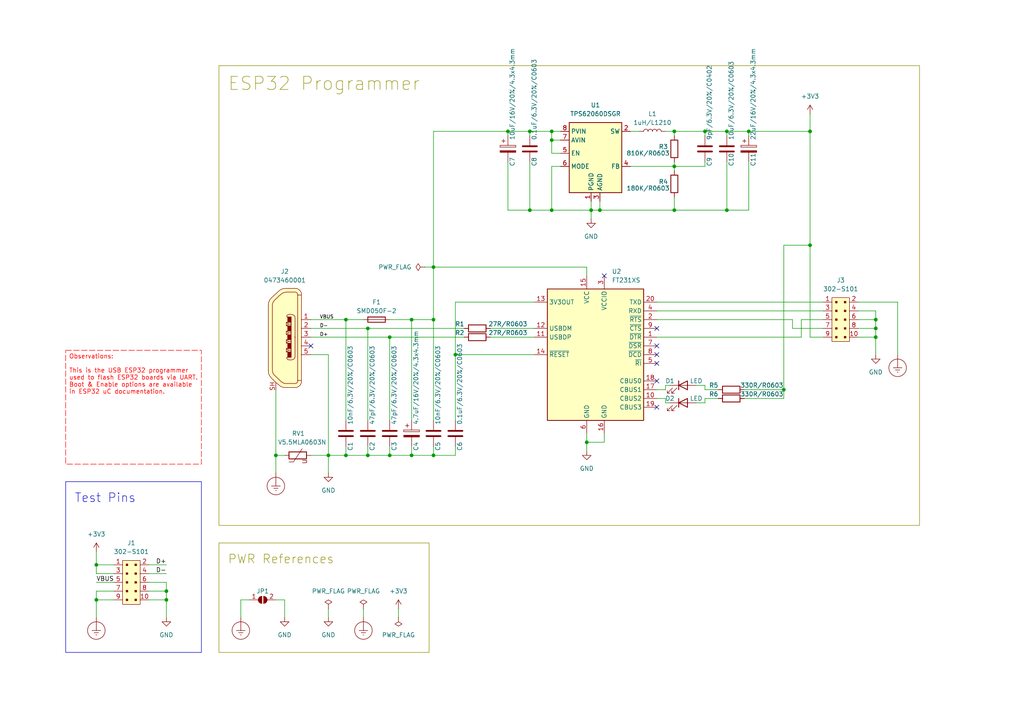
<source format=kicad_sch>
(kicad_sch (version 20230121) (generator eeschema)
  (paper "A4")
  (title_block (title "ESP32 Programmer") (date "2023-12-01") (rev "A") (comment 1 "Author: Nicolae-Andrei Vasile"))
  (lib_symbols
    (symbol "Device:C" (pin_numbers hide) (pin_names (offset 0.254))
      (property "Reference" "C" (at 0.635 2.54 0))
      (property "Value" "C" (at 0.635 -2.54 0))
      (symbol "C_0_1"
        (polyline (pts (xy -2.032 -0.762) (xy 2.032 -0.762)) (stroke (width 0.508)))
        (polyline (pts (xy -2.032 0.762) (xy 2.032 0.762)) (stroke (width 0.508)))
      )
      (symbol "C_1_1"
        (pin passive line (at 0 3.81 270) (length 2.794) (name "~") (number "1"))
        (pin passive line (at 0 -3.81 90) (length 2.794) (name "~") (number "2"))
      )
    )
    (symbol "Device:C_Polarized" (pin_numbers hide) (pin_names (offset 0.254))
      (property "Reference" "C" (at 0.635 2.54 0))
      (property "Value" "C_Polarized" (at 0.635 -2.54 0))
      (symbol "C_Polarized_0_1"
        (rectangle (start -2.286 0.508) (end 2.286 1.016))
        (polyline (pts (xy -1.778 2.286) (xy -0.762 2.286)))
        (polyline (pts (xy -1.27 2.794) (xy -1.27 1.778)))
        (rectangle (start 2.286 -0.508) (end -2.286 -1.016) (fill (type outline)))
      )
      (symbol "C_Polarized_1_1"
        (pin passive line (at 0 3.81 270) (length 2.794) (name "~") (number "1"))
        (pin passive line (at 0 -3.81 90) (length 2.794) (name "~") (number "2"))
      )
    )
    (symbol "Device:Fuse" (pin_numbers hide) (pin_names (offset 0))
      (property "Reference" "F" (at 2.032 0 90))
      (property "Value" "Fuse" (at -1.905 0 90))
      (symbol "Fuse_0_1"
        (rectangle (start -0.762 -2.54) (end 0.762 2.54) (stroke (width 0.254)))
        (polyline (pts (xy 0 2.54) (xy 0 -2.54)))
      )
      (symbol "Fuse_1_1"
        (pin passive line (at 0 3.81 270) (length 1.27) (name "~") (number "1"))
        (pin passive line (at 0 -3.81 90) (length 1.27) (name "~") (number "2"))
      )
    )
    (symbol "Device:L" (pin_numbers hide) (pin_names (offset 1.016) hide)
      (property "Reference" "L" (at -1.27 0 90))
      (property "Value" "L" (at 1.905 0 90))
      (symbol "L_0_1"
        (arc (start 0 -2.54) (mid 0.6323 -1.905) (end 0 -1.27))
        (arc (start 0 -1.27) (mid 0.6323 -0.635) (end 0 0))
        (arc (start 0 0) (mid 0.6323 0.635) (end 0 1.27))
        (arc (start 0 1.27) (mid 0.6323 1.905) (end 0 2.54))
      )
      (symbol "L_1_1"
        (pin passive line (at 0 3.81 270) (length 1.27) (name "1") (number "1"))
        (pin passive line (at 0 -3.81 90) (length 1.27) (name "2") (number "2"))
      )
    )
    (symbol "Device:LED" (pin_numbers hide) (pin_names (offset 1.016) hide)
      (property "Reference" "D" (at 0 2.54 0))
      (property "Value" "LED" (at 0 -2.54 0))
      (symbol "LED_0_1"
        (polyline (pts (xy -1.27 -1.27) (xy -1.27 1.27)) (stroke (width 0.254)))
        (polyline (pts (xy -1.27 0) (xy 1.27 0)))
        (polyline (pts (xy 1.27 -1.27) (xy 1.27 1.27) (xy -1.27 0) (xy 1.27 -1.27)) (stroke (width 0.254)))
        (polyline (pts (xy -3.048 -0.762) (xy -4.572 -2.286) (xy -3.81 -2.286) (xy -4.572 -2.286) (xy -4.572 -1.524)))
        (polyline (pts (xy -1.778 -0.762) (xy -3.302 -2.286) (xy -2.54 -2.286) (xy -3.302 -2.286) (xy -3.302 -1.524)))
      )
      (symbol "LED_1_1"
        (pin passive line (at -3.81 0 0) (length 2.54) (name "K") (number "1"))
        (pin passive line (at 3.81 0 180) (length 2.54) (name "A") (number "2"))
      )
    )
    (symbol "Device:R" (pin_numbers hide) (pin_names (offset 0))
      (property "Reference" "R" (at 2.032 0 90))
      (property "Value" "R" (at 0 0 90))
      (symbol "R_0_1"
        (rectangle (start -1.016 -2.54) (end 1.016 2.54) (stroke (width 0.254)))
      )
      (symbol "R_1_1"
        (pin passive line (at 0 3.81 270) (length 1.27) (name "~") (number "1"))
        (pin passive line (at 0 -3.81 90) (length 1.27) (name "~") (number "2"))
      )
    )
    (symbol "Device:Varistor" (pin_numbers hide) (pin_names (offset 0))
      (property "Reference" "RV" (at 3.175 0 90))
      (property "Value" "Varistor" (at -3.175 0 90))
      (symbol "Varistor_0_0"
        (text "U" (at -1.778 -2.032 0) (effects (font (size 1.27 1.27))))
      )
      (symbol "Varistor_0_1"
        (rectangle (start -1.016 -2.54) (end 1.016 2.54) (stroke (width 0.254)))
        (polyline (pts (xy -1.905 2.54) (xy -1.905 1.27) (xy 1.905 -1.27)))
      )
      (symbol "Varistor_1_1"
        (pin passive line (at 0 3.81 270) (length 1.27) (name "~") (number "1"))
        (pin passive line (at 0 -3.81 90) (length 1.27) (name "~") (number "2"))
      )
    )
    (symbol "Interface_USB:FT231XS"
      (property "Reference" "U" (at -13.97 20.32 0))
      (property "Value" "FT231XS" (at 7.62 20.32 0))
      (symbol "FT231XS_0_1"
        (rectangle (start -13.97 19.05) (end 13.97 -19.05) (stroke (width 0.254)) (fill (type background)))
      )
      (symbol "FT231XS_1_1"
        (pin output line (at 17.78 5.08 180) (length 3.81) (name "~{DTR}") (number "1"))
        (pin bidirectional line (at 17.78 -12.7 180) (length 3.81) (name "CBUS2") (number "10"))
        (pin bidirectional line (at -17.78 5.08 0) (length 3.81) (name "USBDP") (number "11"))
        (pin bidirectional line (at -17.78 7.62 0) (length 3.81) (name "USBDM") (number "12"))
        (pin power_out line (at -17.78 15.24 0) (length 3.81) (name "3V3OUT") (number "13"))
        (pin input line (at -17.78 0 0) (length 3.81) (name "~{RESET}") (number "14"))
        (pin power_in line (at -2.54 22.86 270) (length 3.81) (name "VCC") (number "15"))
        (pin power_in line (at 2.54 -22.86 90) (length 3.81) (name "GND") (number "16"))
        (pin bidirectional line (at 17.78 -10.16 180) (length 3.81) (name "CBUS1") (number "17"))
        (pin bidirectional line (at 17.78 -7.62 180) (length 3.81) (name "CBUS0") (number "18"))
        (pin bidirectional line (at 17.78 -15.24 180) (length 3.81) (name "CBUS3") (number "19"))
        (pin output line (at 17.78 10.16 180) (length 3.81) (name "~{RTS}") (number "2"))
        (pin output line (at 17.78 15.24 180) (length 3.81) (name "TXD") (number "20"))
        (pin power_in line (at 2.54 22.86 270) (length 3.81) (name "VCCIO") (number "3"))
        (pin input line (at 17.78 12.7 180) (length 3.81) (name "RXD") (number "4"))
        (pin input line (at 17.78 -2.54 180) (length 3.81) (name "~{RI}") (number "5"))
        (pin power_in line (at -2.54 -22.86 90) (length 3.81) (name "GND") (number "6"))
        (pin input line (at 17.78 2.54 180) (length 3.81) (name "~{DSR}") (number "7"))
        (pin input line (at 17.78 0 180) (length 3.81) (name "~{DCD}") (number "8"))
        (pin input line (at 17.78 7.62 180) (length 3.81) (name "~{CTS}") (number "9"))
      )
    )
    (symbol "Jumper:SolderJumper_2_Open" (pin_names (offset 0) hide)
      (property "Reference" "JP" (at 0 2.032 0))
      (property "Value" "SolderJumper_2_Open" (at 0 -2.54 0))
      (symbol "SolderJumper_2_Open_0_1"
        (arc (start -0.254 1.016) (mid -1.2656 0) (end -0.254 -1.016))
        (arc (start -0.254 1.016) (mid -1.2656 0) (end -0.254 -1.016) (fill (type outline)))
        (polyline (pts (xy -0.254 1.016) (xy -0.254 -1.016)))
        (polyline (pts (xy 0.254 1.016) (xy 0.254 -1.016)))
        (arc (start 0.254 -1.016) (mid 1.2656 0) (end 0.254 1.016))
        (arc (start 0.254 -1.016) (mid 1.2656 0) (end 0.254 1.016) (fill (type outline)))
      )
      (symbol "SolderJumper_2_Open_1_1"
        (pin passive line (at -3.81 0 0) (length 2.54) (name "A") (number "1"))
        (pin passive line (at 3.81 0 180) (length 2.54) (name "B") (number "2"))
      )
    )
    (symbol "Texas-Instruments:TPS62060DSGR"
      (property "Reference" "U" (at 0 15.24 0))
      (property "Value" "TPS62060DSGR" (at 0 12.7 0))
      (symbol "TPS62060DSGR_1_1"
        (rectangle (start -7.62 10.16) (end 7.62 -10.16) (stroke (width 0.254)) (fill (type background)))
        (pin power_in line (at -1.27 -12.7 90) (length 2.54) (name "PGND") (number "1"))
        (pin output line (at 10.16 7.62 180) (length 2.54) (name "SW") (number "2"))
        (pin power_in line (at 1.27 -12.7 90) (length 2.54) (name "AGND") (number "3"))
        (pin input line (at 10.16 -2.54 180) (length 2.54) (name "FB") (number "4"))
        (pin input line (at -10.16 1.27 0) (length 2.54) (name "EN") (number "5"))
        (pin input line (at -10.16 -2.54 0) (length 2.54) (name "MODE") (number "6"))
        (pin power_in line (at -10.16 5.08 0) (length 2.54) (name "AVIN") (number "7"))
        (pin power_in line (at -10.16 7.62 0) (length 2.54) (name "PVIN") (number "8"))
      )
    )
    (symbol "dk_Rectangular-Connectors-Headers-Male-Pins:302-S101" (pin_names (offset 1.016))
      (property "Reference" "J" (at -2.54 7.62 0))
      (property "Value" "302-S101" (at 0 -7.62 0))
      (symbol "302-S101_1_1"
        (rectangle (start -2.54 6.35) (end 2.54 -6.35) (fill (type background)))
        (rectangle (start -1.524 -4.826) (end -1.016 -5.334) (fill (type outline)))
        (rectangle (start -1.524 -2.286) (end -1.016 -2.794) (fill (type outline)))
        (rectangle (start -1.524 0.254) (end -1.016 -0.254) (fill (type outline)))
        (rectangle (start -1.524 2.794) (end -1.016 2.286) (fill (type outline)))
        (rectangle (start -1.524 5.334) (end -1.016 4.826) (fill (type outline)))
        (rectangle (start 1.016 -4.826) (end 1.524 -5.334) (fill (type outline)))
        (rectangle (start 1.016 -2.286) (end 1.524 -2.794) (fill (type outline)))
        (rectangle (start 1.016 0.254) (end 1.524 -0.254) (fill (type outline)))
        (rectangle (start 1.016 2.794) (end 1.524 2.286) (fill (type outline)))
        (rectangle (start 1.016 5.334) (end 1.524 4.826) (fill (type outline)))
        (pin passive line (at -5.08 5.08 0) (length 2.54) (name "~") (number "1"))
        (pin passive line (at 5.08 -5.08 180) (length 2.54) (name "~") (number "10"))
        (pin passive line (at 5.08 5.08 180) (length 2.54) (name "~") (number "2"))
        (pin passive line (at -5.08 2.54 0) (length 2.54) (name "~") (number "3"))
        (pin passive line (at 5.08 2.54 180) (length 2.54) (name "~") (number "4"))
        (pin passive line (at -5.08 0 0) (length 2.54) (name "~") (number "5"))
        (pin passive line (at 5.08 0 180) (length 2.54) (name "~") (number "6"))
        (pin passive line (at -5.08 -2.54 0) (length 2.54) (name "~") (number "7"))
        (pin passive line (at 5.08 -2.54 180) (length 2.54) (name "~") (number "8"))
        (pin passive line (at -5.08 -5.08 0) (length 2.54) (name "~") (number "9"))
      )
    )
    (symbol "dk_USB-DVI-HDMI-Connectors:0473460001" (pin_names (offset 1.016))
      (property "Reference" "J" (at -3.81 12.7 0))
      (property "Value" "0473460001" (at -6.35 0 90))
      (symbol "0473460001_1_1"
        (polyline (pts (xy 3.7846 12.2428) (xy 3.7846 -12.5476)))
        (polyline (pts (xy 0.4826 -4.2926) (xy 0.4826 -3.2766) (xy 1.8796 -3.2766) (xy 1.8796 -4.2926) (xy 0.4826 -4.2926) (xy 1.1176 -3.7846) (xy 0.4826 -3.2766) (xy 1.8796 -3.2766) (xy 1.8796 -3.7846) (xy 1.1176 -3.7846)))
        (polyline (pts (xy 0.4826 -1.7526) (xy 0.4826 -0.7366) (xy 1.8796 -0.7366) (xy 1.8796 -1.7526) (xy 0.4826 -1.7526) (xy 1.1176 -1.2446) (xy 0.4826 -0.7366) (xy 1.8796 -0.7366) (xy 1.8796 -1.2446) (xy 1.1176 -1.2446)))
        (polyline (pts (xy 0.4826 1.7526) (xy 0.4826 0.7366) (xy 1.8796 0.7366) (xy 1.8796 1.7526) (xy 0.4826 1.7526) (xy 1.1176 1.2446) (xy 0.4826 0.7366) (xy 1.8796 0.7366) (xy 1.8796 1.2446) (xy 1.1176 1.2446)))
        (polyline (pts (xy 0.4826 4.2926) (xy 0.4826 3.2766) (xy 1.8796 3.2766) (xy 1.8796 4.2926) (xy 0.4826 4.2926) (xy 1.1176 3.7846) (xy 0.4826 3.2766) (xy 1.8796 3.2766) (xy 1.8796 3.7846) (xy 1.1176 3.7846)))
        (polyline (pts (xy 1.905 -0.0254) (xy 1.905 5.842) (xy 0.635 5.842) (xy 0.635 6.1468) (xy 0.8128 6.4262) (xy 1.1938 6.5786) (xy 1.651 6.6294) (xy 2.2606 6.5532) (xy 2.7178 6.3246) (xy 2.9464 6.0706) (xy 3.0226 5.6388) (xy 3.0226 4.8006) (xy 3.0226 -0.127)))
        (polyline (pts (xy 1.905 0.0254) (xy 1.905 -5.842) (xy 0.635 -5.842) (xy 0.635 -6.1468) (xy 0.8128 -6.4262) (xy 1.1938 -6.5786) (xy 1.651 -6.6294) (xy 2.2606 -6.5532) (xy 2.7178 -6.3246) (xy 2.9464 -6.0706) (xy 3.0226 -5.6388) (xy 3.0226 -4.8006) (xy 3.0226 0.127)))
        (polyline (pts (xy 4.8514 -12.5476) (xy 3.8354 -12.5476) (xy 3.7846 -12.5476) (xy 3.7846 -12.9032) (xy 3.6068 -13.2334) (xy 3.429 -13.3604) (xy 3.2258 -13.4366) (xy 0.4572 -13.4366) (xy 0.0508 -13.4112) (xy -0.3302 -13.3096) (xy -0.6604 -13.1318) (xy -0.9906 -12.9032) (xy -3.1496 -10.8458) (xy -3.4036 -10.3886) (xy -3.5306 -9.779) (xy -3.556 -8.636) (xy -3.556 9.2202) (xy -3.5306 9.4234) (xy -3.4544 9.8298) (xy -3.302 10.1854) (xy -3.0226 10.6172) (xy -1.7526 11.8364) (xy -0.8636 12.5984) (xy -0.3302 12.8778) (xy 0.0762 13.0048) (xy 0.6096 13.081) (xy 3.0734 13.081) (xy 3.3274 13.0048) (xy 3.5814 12.8524) (xy 3.7846 12.5222) (xy 3.7846 12.2174) (xy 4.8514 12.2174)))
        (polyline (pts (xy 4.8514 -11.4808) (xy 4.8514 -12.8016) (xy 4.7752 -13.4366) (xy 4.572 -13.8684) (xy 4.0386 -14.3256) (xy 3.5814 -14.5288) (xy 3.0988 -14.605) (xy -0.2794 -14.5542) (xy -0.7112 -14.4526) (xy -1.2446 -14.1986) (xy -2.2098 -13.4366) (xy -3.556 -12.1412) (xy -4.0132 -11.6586) (xy -4.3688 -11.1506) (xy -4.6228 -10.5918) (xy -4.7498 -9.7536) (xy -4.7498 9.3726) (xy -4.5974 10.0838) (xy -4.4704 10.4648) (xy -4.2164 10.9728) (xy -3.6068 11.6078) (xy -1.4478 13.589) (xy -0.9652 13.8684) (xy -0.5588 14.0208) (xy 0.0762 14.1224) (xy 0.5588 14.1732) (xy 3.2766 14.1732) (xy 3.7592 14.0208) (xy 4.2164 13.7414) (xy 4.445 13.5128) (xy 4.699 13.1572) (xy 4.826 12.8524) (xy 4.8514 12.446) (xy 4.8514 -11.5062)) (fill (type background)))
        (rectangle (start 0.889 -4.318) (end 1.905 -5.842) (fill (type outline)))
        (rectangle (start 0.889 -3.302) (end 1.905 -1.778) (fill (type outline)))
        (rectangle (start 0.889 -0.635) (end 1.905 0.381) (fill (type outline)))
        (rectangle (start 0.889 0.635) (end 1.905 -0.381) (fill (type outline)))
        (rectangle (start 0.889 3.302) (end 1.905 1.778) (fill (type outline)))
        (rectangle (start 0.889 4.318) (end 1.905 5.842) (fill (type outline)))
        (pin passive line (at 7.62 5.08 180) (length 2.794) (name "~") (number "1"))
        (pin passive line (at 7.62 2.54 180) (length 2.794) (name "~") (number "2"))
        (pin passive line (at 7.62 0 180) (length 2.794) (name "~") (number "3"))
        (pin passive line (at 7.62 -2.54 180) (length 2.794) (name "~") (number "4"))
        (pin passive line (at 7.62 -5.08 180) (length 2.794) (name "~") (number "5"))
        (pin passive line (at -2.54 -15.24 90) (length 2.032) (name "~") (number "SH"))
      )
    )
    (symbol "power:+3V3" (power) (pin_names (offset 0))
      (property "Value" "+3V3" (at 0 3.556 0))
      (symbol "+3V3_0_1"
        (polyline (pts (xy -0.762 1.27) (xy 0 2.54)))
        (polyline (pts (xy 0 0) (xy 0 2.54)))
        (polyline (pts (xy 0 2.54) (xy 0.762 1.27)))
      )
      (symbol "+3V3_1_1"
        (pin power_in line (at 0 0 90) (length 0) hide (name "+3V3") (number "1"))
      )
    )
    (symbol "power:Earth_Protective" (power) (pin_names (offset 0))
      (symbol "Earth_Protective_0_1"
        (circle (center 0 -3.81) (radius 2.54))
        (polyline (pts (xy -0.635 -4.445) (xy 0.635 -4.445)))
        (polyline (pts (xy -0.127 -5.08) (xy 0.127 -5.08)))
        (polyline (pts (xy 0 -3.81) (xy 0 0)))
        (polyline (pts (xy 1.27 -3.81) (xy -1.27 -3.81)))
      )
      (symbol "Earth_Protective_1_1"
        (pin power_in line (at 0 0 270) (length 0) hide (name "Earth_Protective") (number "1"))
      )
    )
    (symbol "power:GND" (power) (pin_names (offset 0))
      (property "Value" "GND" (at 0 -3.81 0))
      (symbol "GND_0_1"
        (polyline (pts (xy 0 0) (xy 0 -1.27) (xy 1.27 -1.27) (xy 0 -2.54) (xy -1.27 -1.27) (xy 0 -1.27)))
      )
      (symbol "GND_1_1"
        (pin power_in line (at 0 0 270) (length 0) hide (name "GND") (number "1"))
      )
    )
    (symbol "power:PWR_FLAG" (power) (pin_numbers hide) (pin_names (offset 0) hide)
      (property "Value" "PWR_FLAG" (at 0 3.81 0))
      (symbol "PWR_FLAG_0_0"
        (pin power_out line (at 0 0 90) (length 0) (name "pwr") (number "1"))
      )
      (symbol "PWR_FLAG_0_1"
        (polyline (pts (xy 0 0) (xy 0 1.27) (xy -1.016 1.905) (xy 0 2.54) (xy 1.016 1.905) (xy 0 1.27)))
      )
    )
  )
  (junction (at 119.38 92.71))
  (junction (at 234.95 38.1))
  (junction (at 217.17 38.1))
  (junction (at 113.03 132.08))
  (junction (at 160.02 60.96))
  (junction (at 195.58 38.1))
  (junction (at 106.68 95.25))
  (junction (at 80.01 132.08))
  (junction (at 153.67 60.96))
  (junction (at 254 92.71))
  (junction (at 195.58 60.96))
  (junction (at 227.33 113.03))
  (junction (at 95.25 132.08))
  (junction (at 119.38 132.08))
  (junction (at 48.26 171.45))
  (junction (at 125.73 77.47))
  (junction (at 160.02 40.64))
  (junction (at 210.82 60.96))
  (junction (at 27.94 163.83))
  (junction (at 27.94 173.99))
  (junction (at 113.03 97.79))
  (junction (at 160.02 38.1))
  (junction (at 204.47 38.1))
  (junction (at 153.67 38.1))
  (junction (at 234.95 71.12))
  (junction (at 48.26 173.99))
  (junction (at 132.08 102.87))
  (junction (at 210.82 38.1))
  (junction (at 254 95.25))
  (junction (at 100.33 132.08))
  (junction (at 173.99 60.96))
  (junction (at 254 97.79))
  (junction (at 125.73 132.08))
  (junction (at 125.73 92.71))
  (junction (at 100.33 92.71))
  (junction (at 147.32 38.1))
  (junction (at 171.45 60.96))
  (junction (at 170.18 128.27))
  (junction (at 106.68 132.08))
  (junction (at 195.58 48.26))
  (no_connect (at 190.5 100.33))
  (no_connect (at 190.5 118.11))
  (no_connect (at 90.17 100.33))
  (no_connect (at 190.5 95.25))
  (no_connect (at 190.5 102.87))
  (no_connect (at 175.26 80.01))
  (no_connect (at 190.5 110.49))
  (no_connect (at 190.5 105.41))
  (wire (pts (xy 210.82 38.1) (xy 210.82 39.37)))
  (wire (pts (xy 190.5 92.71) (xy 229.87 92.71)))
  (wire (pts (xy 160.02 40.64) (xy 160.02 38.1)))
  (wire (pts (xy 190.5 97.79) (xy 232.41 97.79)))
  (wire (pts (xy 153.67 38.1) (xy 147.32 38.1)))
  (wire (pts (xy 248.92 87.63) (xy 260.35 87.63)))
  (wire (pts (xy 248.92 90.17) (xy 254 90.17)))
  (wire (pts (xy 132.08 87.63) (xy 132.08 102.87)))
  (wire (pts (xy 82.55 173.99) (xy 82.55 179.07)))
  (wire (pts (xy 173.99 60.96) (xy 171.45 60.96)))
  (wire (pts (xy 210.82 46.99) (xy 210.82 60.96)))
  (wire (pts (xy 33.02 171.45) (xy 27.94 171.45)))
  (wire (pts (xy 173.99 60.96) (xy 195.58 60.96)))
  (wire (pts (xy 72.39 173.99) (xy 69.85 173.99)))
  (wire (pts (xy 160.02 48.26) (xy 162.56 48.26)))
  (wire (pts (xy 171.45 60.96) (xy 171.45 63.5)))
  (wire (pts (xy 95.25 176.53) (xy 95.25 179.07)))
  (wire (pts (xy 232.41 92.71) (xy 238.76 92.71)))
  (wire (pts (xy 153.67 38.1) (xy 153.67 39.37)))
  (wire (pts (xy 190.5 87.63) (xy 238.76 87.63)))
  (wire (pts (xy 204.47 115.57) (xy 208.28 115.57)))
  (wire (pts (xy 160.02 38.1) (xy 162.56 38.1)))
  (wire (pts (xy 147.32 38.1) (xy 125.73 38.1)))
  (wire (pts (xy 248.92 97.79) (xy 254 97.79)))
  (wire (pts (xy 217.17 38.1) (xy 234.95 38.1)))
  (wire (pts (xy 201.93 111.76) (xy 204.47 111.76)))
  (wire (pts (xy 113.03 132.08) (xy 119.38 132.08)))
  (wire (pts (xy 95.25 132.08) (xy 100.33 132.08)))
  (wire (pts (xy 119.38 132.08) (xy 125.73 132.08)))
  (wire (pts (xy 125.73 92.71) (xy 125.73 121.92)))
  (wire (pts (xy 170.18 80.01) (xy 170.18 77.47)))
  (wire (pts (xy 132.08 102.87) (xy 132.08 121.92)))
  (wire (pts (xy 90.17 102.87) (xy 95.25 102.87)))
  (wire (pts (xy 201.93 116.84) (xy 204.47 116.84)))
  (wire (pts (xy 147.32 38.1) (xy 147.32 39.37)))
  (wire (pts (xy 193.04 111.76) (xy 193.04 113.03)))
  (wire (pts (xy 254 92.71) (xy 254 95.25)))
  (wire (pts (xy 100.33 132.08) (xy 106.68 132.08)))
  (wire (pts (xy 27.94 168.91) (xy 33.02 168.91)))
  (wire (pts (xy 90.17 95.25) (xy 106.68 95.25)))
  (wire (pts (xy 173.99 58.42) (xy 173.99 60.96)))
  (wire (pts (xy 100.33 92.71) (xy 105.41 92.71)))
  (wire (pts (xy 95.25 102.87) (xy 95.25 132.08)))
  (wire (pts (xy 27.94 166.37) (xy 27.94 163.83)))
  (wire (pts (xy 43.18 173.99) (xy 48.26 173.99)))
  (wire (pts (xy 100.33 129.54) (xy 100.33 132.08)))
  (wire (pts (xy 80.01 113.03) (xy 80.01 132.08)))
  (wire (pts (xy 254 97.79) (xy 254 102.87)))
  (wire (pts (xy 160.02 44.45) (xy 160.02 40.64)))
  (wire (pts (xy 175.26 125.73) (xy 175.26 128.27)))
  (wire (pts (xy 215.9 115.57) (xy 227.33 115.57)))
  (wire (pts (xy 90.17 92.71) (xy 100.33 92.71)))
  (wire (pts (xy 217.17 46.99) (xy 217.17 60.96)))
  (wire (pts (xy 204.47 111.76) (xy 204.47 113.03)))
  (wire (pts (xy 193.04 111.76) (xy 194.31 111.76)))
  (wire (pts (xy 217.17 38.1) (xy 217.17 39.37)))
  (wire (pts (xy 195.58 48.26) (xy 204.47 48.26)))
  (wire (pts (xy 132.08 102.87) (xy 154.94 102.87)))
  (wire (pts (xy 193.04 38.1) (xy 195.58 38.1)))
  (wire (pts (xy 171.45 60.96) (xy 160.02 60.96)))
  (wire (pts (xy 43.18 163.83) (xy 48.26 163.83)))
  (wire (pts (xy 182.88 38.1) (xy 185.42 38.1)))
  (wire (pts (xy 153.67 60.96) (xy 160.02 60.96)))
  (wire (pts (xy 106.68 132.08) (xy 113.03 132.08)))
  (wire (pts (xy 95.25 132.08) (xy 90.17 132.08)))
  (wire (pts (xy 106.68 95.25) (xy 134.62 95.25)))
  (wire (pts (xy 217.17 60.96) (xy 210.82 60.96)))
  (wire (pts (xy 119.38 92.71) (xy 119.38 121.92)))
  (wire (pts (xy 204.47 38.1) (xy 204.47 39.37)))
  (wire (pts (xy 210.82 60.96) (xy 195.58 60.96)))
  (wire (pts (xy 248.92 95.25) (xy 254 95.25)))
  (wire (pts (xy 254 95.25) (xy 254 97.79)))
  (wire (pts (xy 123.19 77.47) (xy 125.73 77.47)))
  (wire (pts (xy 162.56 44.45) (xy 160.02 44.45)))
  (wire (pts (xy 153.67 46.99) (xy 153.67 60.96)))
  (wire (pts (xy 229.87 92.71) (xy 229.87 95.25)))
  (wire (pts (xy 43.18 171.45) (xy 48.26 171.45)))
  (wire (pts (xy 80.01 132.08) (xy 80.01 137.16)))
  (wire (pts (xy 48.26 168.91) (xy 48.26 171.45)))
  (wire (pts (xy 125.73 38.1) (xy 125.73 77.47)))
  (wire (pts (xy 48.26 173.99) (xy 48.26 179.07)))
  (wire (pts (xy 190.5 90.17) (xy 238.76 90.17)))
  (wire (pts (xy 170.18 128.27) (xy 175.26 128.27)))
  (wire (pts (xy 170.18 77.47) (xy 125.73 77.47)))
  (wire (pts (xy 125.73 77.47) (xy 125.73 92.71)))
  (wire (pts (xy 248.92 92.71) (xy 254 92.71)))
  (wire (pts (xy 33.02 173.99) (xy 27.94 173.99)))
  (wire (pts (xy 33.02 166.37) (xy 27.94 166.37)))
  (wire (pts (xy 254 90.17) (xy 254 92.71)))
  (wire (pts (xy 142.24 97.79) (xy 154.94 97.79)))
  (wire (pts (xy 193.04 116.84) (xy 194.31 116.84)))
  (wire (pts (xy 69.85 173.99) (xy 69.85 179.07)))
  (wire (pts (xy 48.26 171.45) (xy 48.26 173.99)))
  (wire (pts (xy 33.02 163.83) (xy 27.94 163.83)))
  (wire (pts (xy 229.87 95.25) (xy 238.76 95.25)))
  (wire (pts (xy 90.17 97.79) (xy 113.03 97.79)))
  (wire (pts (xy 204.47 38.1) (xy 210.82 38.1)))
  (wire (pts (xy 182.88 48.26) (xy 195.58 48.26)))
  (wire (pts (xy 147.32 60.96) (xy 153.67 60.96)))
  (wire (pts (xy 227.33 115.57) (xy 227.33 113.03)))
  (wire (pts (xy 227.33 113.03) (xy 215.9 113.03)))
  (wire (pts (xy 260.35 87.63) (xy 260.35 102.87)))
  (wire (pts (xy 132.08 129.54) (xy 132.08 132.08)))
  (wire (pts (xy 27.94 171.45) (xy 27.94 173.99)))
  (wire (pts (xy 232.41 92.71) (xy 232.41 97.79)))
  (wire (pts (xy 170.18 125.73) (xy 170.18 128.27)))
  (wire (pts (xy 195.58 38.1) (xy 195.58 39.37)))
  (wire (pts (xy 193.04 115.57) (xy 190.5 115.57)))
  (wire (pts (xy 106.68 129.54) (xy 106.68 132.08)))
  (wire (pts (xy 113.03 97.79) (xy 134.62 97.79)))
  (wire (pts (xy 95.25 132.08) (xy 95.25 137.16)))
  (wire (pts (xy 227.33 71.12) (xy 227.33 113.03)))
  (wire (pts (xy 106.68 95.25) (xy 106.68 121.92)))
  (wire (pts (xy 27.94 163.83) (xy 27.94 160.02)))
  (wire (pts (xy 125.73 129.54) (xy 125.73 132.08)))
  (wire (pts (xy 162.56 40.64) (xy 160.02 40.64)))
  (wire (pts (xy 234.95 38.1) (xy 234.95 71.12)))
  (wire (pts (xy 105.41 176.53) (xy 105.41 179.07)))
  (wire (pts (xy 193.04 116.84) (xy 193.04 115.57)))
  (wire (pts (xy 195.58 38.1) (xy 204.47 38.1)))
  (wire (pts (xy 195.58 57.15) (xy 195.58 60.96)))
  (wire (pts (xy 234.95 33.02) (xy 234.95 38.1)))
  (wire (pts (xy 115.57 176.53) (xy 115.57 179.07)))
  (wire (pts (xy 80.01 173.99) (xy 82.55 173.99)))
  (wire (pts (xy 119.38 129.54) (xy 119.38 132.08)))
  (wire (pts (xy 43.18 168.91) (xy 48.26 168.91)))
  (wire (pts (xy 160.02 60.96) (xy 160.02 48.26)))
  (wire (pts (xy 100.33 92.71) (xy 100.33 121.92)))
  (wire (pts (xy 204.47 116.84) (xy 204.47 115.57)))
  (wire (pts (xy 113.03 97.79) (xy 113.03 121.92)))
  (wire (pts (xy 125.73 132.08) (xy 132.08 132.08)))
  (wire (pts (xy 195.58 48.26) (xy 195.58 49.53)))
  (wire (pts (xy 154.94 87.63) (xy 132.08 87.63)))
  (wire (pts (xy 210.82 38.1) (xy 217.17 38.1)))
  (wire (pts (xy 27.94 173.99) (xy 27.94 179.07)))
  (wire (pts (xy 238.76 97.79) (xy 234.95 97.79)))
  (wire (pts (xy 80.01 132.08) (xy 82.55 132.08)))
  (wire (pts (xy 195.58 48.26) (xy 195.58 46.99)))
  (wire (pts (xy 119.38 92.71) (xy 125.73 92.71)))
  (wire (pts (xy 227.33 71.12) (xy 234.95 71.12)))
  (wire (pts (xy 193.04 113.03) (xy 190.5 113.03)))
  (wire (pts (xy 113.03 129.54) (xy 113.03 132.08)))
  (wire (pts (xy 147.32 46.99) (xy 147.32 60.96)))
  (wire (pts (xy 204.47 48.26) (xy 204.47 46.99)))
  (wire (pts (xy 113.03 92.71) (xy 119.38 92.71)))
  (wire (pts (xy 43.18 166.37) (xy 48.26 166.37)))
  (wire (pts (xy 204.47 113.03) (xy 208.28 113.03)))
  (wire (pts (xy 160.02 38.1) (xy 153.67 38.1)))
  (wire (pts (xy 142.24 95.25) (xy 154.94 95.25)))
  (wire (pts (xy 170.18 128.27) (xy 170.18 130.81)))
  (wire (pts (xy 234.95 71.12) (xy 234.95 97.79)))
  (wire (pts (xy 171.45 58.42) (xy 171.45 60.96)))
  (rectangle (start 63.5 157.48) (end 124.46 189.23) (stroke (width 0) (color 140 140 0 1)))
  (rectangle (start 63.5 19.05) (end 266.7 152.4) (stroke (width 0) (color 140 140 0 1)))
  (rectangle (start 19.05 139.7) (end 58.42 189.23))
  (text_box "Observations:\n\nThis is the USB ESP32 programmer used to flash ESP32 boards via UART. Boot & Enable options are available in ESP32 uC documentation." (at 19.05 101.6 0) (size 39.37 33.02) (stroke (width 0) (type dash) (color 255 0 0 1)) (effects (font (size 1.27 1.27)) (justify left top)))
  (text "PWR References\n" (at 66.04 163.83 0) (effects (font (size 2.54 2.54)) (justify left bottom)))
  (text "Test Pins\n" (at 21.59 146.05 0) (effects (font (size 2.54 2.54)) (justify left bottom)))
  (text "ESP32 Programmer" (at 66.04 26.67 0) (effects (font (size 3.81 3.81)) (justify left bottom)))
  (label "VBUS" (at 92.71 92.71 0) (effects (font (size 1.016 1.016))))
  (label "D-" (at 92.71 95.25 0) (effects (font (size 1.016 1.016))))
  (label "VBUS" (at 27.94 168.91 0))
  (label "D+" (at 92.71 97.79 0) (effects (font (size 1.016 1.016))))
  (label "D-" (at 48.26 166.37 180))
  (label "D+" (at 48.26 163.83 180))
  (symbol (lib_id "Device:R") (at 195.58 53.34 0) (mirror x) (unit 1)
    (property "Reference" "R4" (at 192.405 52.705 0))
    (property "Value" "180K/R0603" (at 187.96 54.61 0))
    (property "Footprint" "Resistor_SMD:R_0603_1608Metric" (effects hide))
  )
  (symbol (lib_id "power:GND") (at 95.25 179.07 0) (unit 1)
    (property "Reference" "#PWR08" (effects hide))
    (property "Value" "GND" (at 95.25 184.15 0))
  )
  (symbol (lib_id "power:Earth_Protective") (at 80.01 137.16 0) (unit 1)
    (property "Reference" "#PWR05" (effects hide))
    (property "Value" "Earth_Protective" (effects hide))
  )
  (symbol (lib_id "power:Earth_Protective") (at 69.85 179.07 0) (unit 1)
    (property "Reference" "#PWR04" (effects hide))
    (property "Value" "Earth_Protective" (effects hide))
  )
  (symbol (lib_id "Device:R") (at 138.43 97.79 270) (mirror x) (unit 1)
    (property "Reference" "R2" (at 133.35 96.52 90))
    (property "Value" "27R/R0603" (at 147.32 96.52 90))
    (property "Footprint" "Resistor_SMD:R_0603_1608Metric" (effects hide))
  )
  (symbol (lib_id "power:+3V3") (at 234.95 33.02 0) (unit 1)
    (property "Reference" "#PWR013" (effects hide))
    (property "Value" "+3V3" (at 234.95 27.94 0))
  )
  (symbol (lib_id "power:PWR_FLAG") (at 95.25 176.53 0) (unit 1)
    (property "Reference" "#FLG01" (effects hide))
    (property "Value" "PWR_FLAG" (at 95.25 171.45 0))
  )
  (symbol (lib_id "power:GND") (at 171.45 63.5 0) (unit 1)
    (property "Reference" "#PWR012" (effects hide))
    (property "Value" "GND" (at 171.45 68.58 0))
  )
  (symbol (lib_id "Interface_USB:FT231XS") (at 172.72 102.87 0) (unit 1)
    (property "Reference" "U2" (at 177.4541 78.74 0) (effects (justify left)))
    (property "Value" "FT231XS" (at 177.4541 81.28 0) (effects (justify left)))
    (property "Footprint" "Package_SO:SSOP-20_3.9x8.7mm_P0.635mm" (effects hide))
    (property "Datasheet" "https://www.ftdichip.com/Support/Documents/DataSheets/ICs/DS_FT231X.pdf" (effects hide))
  )
  (symbol (lib_id "Device:C_Polarized") (at 217.17 43.18 0) (unit 1)
    (property "Reference" "C11" (at 218.44 48.26 90) (effects (justify left)))
    (property "Value" "22uF/16V/20%/4.3x4.3mm" (at 218.44 40.64 90) (effects (justify left)))
    (property "Footprint" "Capacitor_SMD:CP_Elec_4x5.4" (effects hide))
  )
  (symbol (lib_id "Device:C_Polarized") (at 147.32 43.18 0) (unit 1)
    (property "Reference" "C7" (at 148.59 48.26 90) (effects (justify left)))
    (property "Value" "10uF/16V/20%/4.3x4.3mm" (at 148.59 40.64 90) (effects (justify left)))
    (property "Footprint" "Capacitor_SMD:CP_Elec_4x5.4" (effects hide))
  )
  (symbol (lib_id "Device:C") (at 204.47 43.18 0) (unit 1)
    (property "Reference" "C9" (at 205.74 48.26 90) (effects (justify left)))
    (property "Value" "9pF/6.3V/20%/C0402" (at 205.74 40.64 90) (effects (justify left)))
    (property "Footprint" "Capacitor_SMD:C_0402_1005Metric" (effects hide))
  )
  (symbol (lib_id "Device:R") (at 212.09 115.57 270) (mirror x) (unit 1)
    (property "Reference" "R6" (at 207.01 114.3 90))
    (property "Value" "330R/R0603" (at 220.98 114.3 90))
    (property "Footprint" "Resistor_SMD:R_0603_1608Metric" (effects hide))
  )
  (symbol (lib_id "power:PWR_FLAG") (at 105.41 176.53 0) (unit 1)
    (property "Reference" "#FLG02" (effects hide))
    (property "Value" "PWR_FLAG" (at 105.41 171.45 0))
  )
  (symbol (lib_id "dk_Rectangular-Connectors-Headers-Male-Pins:302-S101") (at 243.84 92.71 0) (unit 1)
    (property "Reference" "J3" (at 243.84 81.28 0))
    (property "Value" "302-S101" (at 243.84 83.82 0))
    (property "Footprint" "digikey-footprints:PinHeader_2x5_P2.54mm_Drill1.2mm" (effects hide))
    (property "Datasheet" "http://www.on-shore.com/wp-content/uploads/2018/04/302-SXX1.pdf" (effects hide))
    (property "Digi-Key_PN" "ED1543-ND" (effects hide))
    (property "MPN" "302-S101" (effects hide))
    (property "Category" "Connectors, Interconnects" (effects hide))
    (property "Family" "Rectangular Connectors - Headers, Male Pins" (effects hide))
    (property "DK_Datasheet_Link" "http://www.on-shore.com/wp-content/uploads/2018/04/302-SXX1.pdf" (effects hide))
    (property "DK_Detail_Page" "/product-detail/en/on-shore-technology-inc/302-S101/ED1543-ND/2178422" (effects hide))
    (property "Description" "CONN HEADER VERT 10POS 2.54MM" (effects hide))
    (property "Manufacturer" "On Shore Technology Inc." (effects hide))
    (property "Status" "Active" (effects hide))
  )
  (symbol (lib_id "Device:C") (at 113.03 125.73 0) (unit 1)
    (property "Reference" "C3" (at 114.3 130.81 90) (effects (justify left)))
    (property "Value" "47pF/6.3V/20%/C0603" (at 114.3 123.19 90) (effects (justify left)))
    (property "Footprint" "Capacitor_SMD:C_0603_1608Metric" (effects hide))
  )
  (symbol (lib_id "dk_USB-DVI-HDMI-Connectors:0473460001") (at 82.55 97.79 0) (unit 1)
    (property "Reference" "J2" (at 82.6008 78.74 0))
    (property "Value" "0473460001" (at 82.6008 81.28 0))
    (property "Footprint" "digikey-footprints:USB_Micro_B_Female_0473460001" (effects hide))
    (property "Datasheet" "https://www.molex.com/pdm_docs/sd/473460001_sd.pdf" (effects hide))
    (property "Digi-Key_PN" "WM17141CT-ND" (effects hide))
    (property "MPN" "0473460001" (effects hide))
    (property "Category" "Connectors, Interconnects" (effects hide))
    (property "Family" "USB, DVI, HDMI Connectors" (effects hide))
    (property "DK_Datasheet_Link" "https://www.molex.com/pdm_docs/sd/473460001_sd.pdf" (effects hide))
    (property "DK_Detail_Page" "/product-detail/en/molex/0473460001/WM17141CT-ND/1782474" (effects hide))
    (property "Description" "CONN RCPT USB2.0 MICRO B SMD R/A" (effects hide))
    (property "Manufacturer" "Molex" (effects hide))
    (property "Status" "Active" (effects hide))
  )
  (symbol (lib_id "Device:C") (at 153.67 43.18 0) (unit 1)
    (property "Reference" "C8" (at 154.94 48.26 90) (effects (justify left)))
    (property "Value" "0.1uF/6.3V/20%/C0603" (at 154.94 40.64 90) (effects (justify left)))
    (property "Footprint" "Capacitor_SMD:C_0603_1608Metric" (effects hide))
  )
  (symbol (lib_id "power:+3V3") (at 27.94 160.02 0) (unit 1)
    (property "Reference" "#PWR01" (effects hide))
    (property "Value" "+3V3" (at 27.94 154.94 0))
  )
  (symbol (lib_id "Device:C") (at 210.82 43.18 0) (unit 1)
    (property "Reference" "C10" (at 212.09 48.26 90) (effects (justify left)))
    (property "Value" "10uF/6.3V/20%/C0603" (at 212.09 40.64 90) (effects (justify left)))
    (property "Footprint" "Capacitor_SMD:C_0603_1608Metric" (effects hide))
  )
  (symbol (lib_id "Device:C_Polarized") (at 119.38 125.73 0) (unit 1)
    (property "Reference" "C4" (at 120.65 130.81 90) (effects (justify left)))
    (property "Value" "4.7uF/16V/20%/4.3x4.3mm" (at 120.65 123.19 90) (effects (justify left)))
    (property "Footprint" "Capacitor_SMD:CP_Elec_4x5.4" (effects hide))
  )
  (symbol (lib_id "Device:LED") (at 198.12 116.84 0) (unit 1)
    (property "Reference" "D2" (at 194.31 115.57 0))
    (property "Value" "LED" (at 201.93 115.57 0))
    (property "Footprint" "LED_SMD:LED_0805_2012Metric" (effects hide))
  )
  (symbol (lib_id "Jumper:SolderJumper_2_Open") (at 76.2 173.99 0) (unit 1)
    (property "Reference" "JP1" (at 76.2 171.45 0))
    (property "Value" "SolderJumper_2_Open" (effects hide))
    (property "Footprint" "Jumper:SolderJumper-2_P1.3mm_Open_Pad1.0x1.5mm" (effects hide))
  )
  (symbol (lib_id "power:GND") (at 170.18 130.81 0) (unit 1)
    (property "Reference" "#PWR011" (effects hide))
    (property "Value" "GND" (at 170.18 135.89 0))
  )
  (symbol (lib_id "Device:R") (at 138.43 95.25 270) (mirror x) (unit 1)
    (property "Reference" "R1" (at 133.35 93.98 90))
    (property "Value" "27R/R0603" (at 147.32 93.98 90))
    (property "Footprint" "Resistor_SMD:R_0603_1608Metric" (effects hide))
  )
  (symbol (lib_id "Device:C") (at 100.33 125.73 0) (unit 1)
    (property "Reference" "C1" (at 101.6 130.81 90) (effects (justify left)))
    (property "Value" "10nF/6.3V/20%/C0603" (at 101.6 123.19 90) (effects (justify left)))
    (property "Footprint" "Capacitor_SMD:C_0603_1608Metric" (effects hide))
  )
  (symbol (lib_id "power:Earth_Protective") (at 260.35 102.87 0) (unit 1)
    (property "Reference" "#PWR015" (effects hide))
    (property "Value" "Earth_Protective" (effects hide))
  )
  (symbol (lib_id "Device:LED") (at 198.12 111.76 0) (unit 1)
    (property "Reference" "D1" (at 194.31 110.49 0))
    (property "Value" "LED" (at 201.93 110.49 0))
    (property "Footprint" "LED_SMD:LED_0805_2012Metric" (effects hide))
  )
  (symbol (lib_id "Device:C") (at 132.08 125.73 0) (unit 1)
    (property "Reference" "C6" (at 133.35 130.81 90) (effects (justify left)))
    (property "Value" "0.1uF/6.3V/20%/C0603" (at 133.35 123.19 90) (effects (justify left)))
    (property "Footprint" "Capacitor_SMD:C_0603_1608Metric" (effects hide))
  )
  (symbol (lib_id "Device:R") (at 212.09 113.03 270) (mirror x) (unit 1)
    (property "Reference" "R5" (at 207.01 111.76 90))
    (property "Value" "330R/R0603" (at 220.98 111.76 90))
    (property "Footprint" "Resistor_SMD:R_0603_1608Metric" (effects hide))
  )
  (symbol (lib_id "power:GND") (at 254 102.87 0) (unit 1)
    (property "Reference" "#PWR014" (effects hide))
    (property "Value" "GND" (at 254 107.95 0))
  )
  (symbol (lib_id "power:GND") (at 82.55 179.07 0) (unit 1)
    (property "Reference" "#PWR06" (effects hide))
    (property "Value" "GND" (at 82.55 184.15 0))
  )
  (symbol (lib_id "power:+3V3") (at 115.57 176.53 0) (unit 1)
    (property "Reference" "#PWR010" (effects hide))
    (property "Value" "+3V3" (at 115.57 171.45 0))
  )
  (symbol (lib_id "power:GND") (at 95.25 137.16 0) (unit 1)
    (property "Reference" "#PWR07" (effects hide))
    (property "Value" "GND" (at 95.25 142.24 0))
  )
  (symbol (lib_id "Device:Varistor") (at 86.36 132.08 90) (unit 1)
    (property "Reference" "RV1" (at 86.5533 125.73 90))
    (property "Value" "V5.5MLA0603N" (at 87.63 128.27 90))
    (property "Footprint" "Resistor_SMD:R_0603_1608Metric" (effects hide))
    (property "Datasheet" "https://www.littelfuse.com/media?resourcetype=datasheets&itemid=7092c93f-7453-48dd-8345-d10368b54a20&filename=littelfuse-varistor-mla-datasheet" (effects hide))
    (property "Sim.Name" "kicad_builtin_varistor" (effects hide))
    (property "Sim.Device" "SUBCKT" (effects hide))
    (property "Sim.Pins" "1=A 2=B" (effects hide))
    (property "Sim.Params" "threshold=1k" (effects hide))
    (property "Sim.Library" "${KICAD7_SYMBOL_DIR}/Simulation_SPICE.sp" (effects hide))
  )
  (symbol (lib_id "Device:C") (at 106.68 125.73 0) (unit 1)
    (property "Reference" "C2" (at 107.95 130.81 90) (effects (justify left)))
    (property "Value" "47pF/6.3V/20%/C0603" (at 107.95 123.19 90) (effects (justify left)))
    (property "Footprint" "Capacitor_SMD:C_0603_1608Metric" (effects hide))
  )
  (symbol (lib_id "dk_Rectangular-Connectors-Headers-Male-Pins:302-S101") (at 38.1 168.91 0) (unit 1)
    (property "Reference" "J1" (at 38.1 157.48 0))
    (property "Value" "302-S101" (at 38.1 160.02 0))
    (property "Footprint" "digikey-footprints:PinHeader_2x5_P2.54mm_Drill1.2mm" (effects hide))
    (property "Datasheet" "http://www.on-shore.com/wp-content/uploads/2018/04/302-SXX1.pdf" (effects hide))
    (property "Digi-Key_PN" "ED1543-ND" (effects hide))
    (property "MPN" "302-S101" (effects hide))
    (property "Category" "Connectors, Interconnects" (effects hide))
    (property "Family" "Rectangular Connectors - Headers, Male Pins" (effects hide))
    (property "DK_Datasheet_Link" "http://www.on-shore.com/wp-content/uploads/2018/04/302-SXX1.pdf" (effects hide))
    (property "DK_Detail_Page" "/product-detail/en/on-shore-technology-inc/302-S101/ED1543-ND/2178422" (effects hide))
    (property "Description" "CONN HEADER VERT 10POS 2.54MM" (effects hide))
    (property "Manufacturer" "On Shore Technology Inc." (effects hide))
    (property "Status" "Active" (effects hide))
  )
  (symbol (lib_id "power:Earth_Protective") (at 105.41 179.07 0) (unit 1)
    (property "Reference" "#PWR09" (effects hide))
    (property "Value" "Earth_Protective" (effects hide))
  )
  (symbol (lib_id "power:PWR_FLAG") (at 115.57 179.07 180) (unit 1)
    (property "Reference" "#FLG03" (effects hide))
    (property "Value" "PWR_FLAG" (at 115.57 184.1733 0))
  )
  (symbol (lib_id "Device:R") (at 195.58 43.18 0) (mirror x) (unit 1)
    (property "Reference" "R3" (at 192.405 42.545 0))
    (property "Value" "810K/R0603" (at 187.96 44.45 0))
    (property "Footprint" "Resistor_SMD:R_0603_1608Metric" (effects hide))
  )
  (symbol (lib_id "power:PWR_FLAG") (at 123.19 77.47 90) (unit 1)
    (property "Reference" "#FLG04" (effects hide))
    (property "Value" "PWR_FLAG" (at 119.38 77.47 90) (effects (justify left)))
  )
  (symbol (lib_id "Texas-Instruments:TPS62060DSGR") (at 172.72 45.72 0) (unit 1)
    (property "Reference" "U1" (at 172.72 30.48 0))
    (property "Value" "TPS62060DSGR" (at 172.72 33.02 0))
    (property "Footprint" "Package_SON:WSON-8-1EP_2x2mm_P0.5mm_EP0.9x1.6mm_ThermalVias" (effects hide))
    (property "Datasheet" "https://www.ti.com/lit/ds/symlink/tps62060.pdf" (effects hide))
  )
  (symbol (lib_id "power:GND") (at 48.26 179.07 0) (unit 1)
    (property "Reference" "#PWR03" (effects hide))
    (property "Value" "GND" (at 48.26 184.15 0))
  )
  (symbol (lib_id "Device:C") (at 125.73 125.73 0) (unit 1)
    (property "Reference" "C5" (at 127 130.81 90) (effects (justify left)))
    (property "Value" "10nF/6.3V/20%/C0603" (at 127 123.19 90) (effects (justify left)))
    (property "Footprint" "Capacitor_SMD:C_0603_1608Metric" (effects hide))
  )
  (symbol (lib_id "Device:L") (at 189.23 38.1 90) (unit 1)
    (property "Reference" "L1" (at 189.23 33.02 90))
    (property "Value" "1uH/L1210" (at 189.23 35.56 90))
    (property "Footprint" "Inductor_SMD:L_1210_3225Metric" (effects hide))
  )
  (symbol (lib_id "power:Earth_Protective") (at 27.94 179.07 0) (unit 1)
    (property "Reference" "#PWR02" (effects hide))
    (property "Value" "Earth_Protective" (effects hide))
  )
  (symbol (lib_id "Device:Fuse") (at 109.22 92.71 90) (unit 1)
    (property "Reference" "F1" (at 109.22 87.63 90))
    (property "Value" "SMD050F-2" (at 109.22 90.17 90))
    (property "Footprint" "Fuse:Fuse_2920_7451Metric" (effects hide))
    (property "Datasheet" "https://www.littelfuse.com/media?resourcetype=datasheets&itemid=e664881a-0c68-4836-928b-7ed2f0c2a6da&filename=littelfuse-ptc-smd-datasheet" (effects hide))
  )
)
</source>
